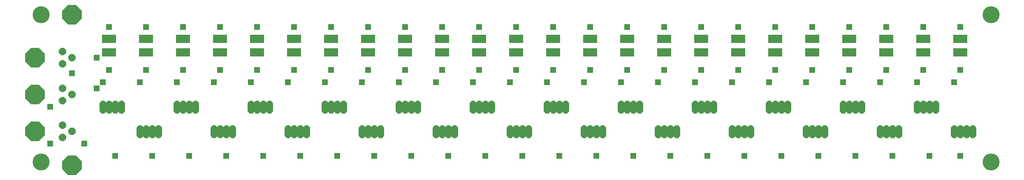
<source format=gts>
G75*
G70*
%OFA0B0*%
%FSLAX24Y24*%
%IPPOS*%
%LPD*%
%AMOC8*
5,1,8,0,0,1.08239X$1,22.5*
%
%ADD10C,0.0580*%
%ADD11OC8,0.0600*%
%ADD12OC8,0.1580*%
%ADD13C,0.1380*%
%ADD14R,0.1143X0.0710*%
%ADD15R,0.0476X0.0476*%
D10*
X013010Y003876D02*
X013010Y004376D01*
X013510Y004376D02*
X013510Y003876D01*
X014010Y003876D02*
X014010Y004376D01*
X014510Y004376D02*
X014510Y003876D01*
X019010Y003876D02*
X019010Y004376D01*
X019510Y004376D02*
X019510Y003876D01*
X020010Y003876D02*
X020010Y004376D01*
X020510Y004376D02*
X020510Y003876D01*
X025010Y003876D02*
X025010Y004376D01*
X025510Y004376D02*
X025510Y003876D01*
X026010Y003876D02*
X026010Y004376D01*
X026510Y004376D02*
X026510Y003876D01*
X031010Y003876D02*
X031010Y004376D01*
X031510Y004376D02*
X031510Y003876D01*
X032010Y003876D02*
X032010Y004376D01*
X032510Y004376D02*
X032510Y003876D01*
X037010Y003876D02*
X037010Y004376D01*
X037510Y004376D02*
X037510Y003876D01*
X038010Y003876D02*
X038010Y004376D01*
X038510Y004376D02*
X038510Y003876D01*
X043010Y003876D02*
X043010Y004376D01*
X043510Y004376D02*
X043510Y003876D01*
X044010Y003876D02*
X044010Y004376D01*
X044510Y004376D02*
X044510Y003876D01*
X049010Y003876D02*
X049010Y004376D01*
X049510Y004376D02*
X049510Y003876D01*
X050010Y003876D02*
X050010Y004376D01*
X050510Y004376D02*
X050510Y003876D01*
X055010Y003876D02*
X055010Y004376D01*
X055510Y004376D02*
X055510Y003876D01*
X056010Y003876D02*
X056010Y004376D01*
X056510Y004376D02*
X056510Y003876D01*
X061010Y003876D02*
X061010Y004376D01*
X061510Y004376D02*
X061510Y003876D01*
X062010Y003876D02*
X062010Y004376D01*
X062510Y004376D02*
X062510Y003876D01*
X067010Y003876D02*
X067010Y004376D01*
X067510Y004376D02*
X067510Y003876D01*
X068010Y003876D02*
X068010Y004376D01*
X068510Y004376D02*
X068510Y003876D01*
X073010Y003876D02*
X073010Y004376D01*
X073510Y004376D02*
X073510Y003876D01*
X074010Y003876D02*
X074010Y004376D01*
X074510Y004376D02*
X074510Y003876D01*
X079010Y003876D02*
X079010Y004376D01*
X079510Y004376D02*
X079510Y003876D01*
X080010Y003876D02*
X080010Y004376D01*
X080510Y004376D02*
X080510Y003876D01*
X077510Y005876D02*
X077510Y006376D01*
X077010Y006376D02*
X077010Y005876D01*
X076510Y005876D02*
X076510Y006376D01*
X076010Y006376D02*
X076010Y005876D01*
X071510Y005876D02*
X071510Y006376D01*
X071010Y006376D02*
X071010Y005876D01*
X070510Y005876D02*
X070510Y006376D01*
X070010Y006376D02*
X070010Y005876D01*
X065510Y005876D02*
X065510Y006376D01*
X065010Y006376D02*
X065010Y005876D01*
X064510Y005876D02*
X064510Y006376D01*
X064010Y006376D02*
X064010Y005876D01*
X059510Y005876D02*
X059510Y006376D01*
X059010Y006376D02*
X059010Y005876D01*
X058510Y005876D02*
X058510Y006376D01*
X058010Y006376D02*
X058010Y005876D01*
X053510Y005876D02*
X053510Y006376D01*
X053010Y006376D02*
X053010Y005876D01*
X052510Y005876D02*
X052510Y006376D01*
X052010Y006376D02*
X052010Y005876D01*
X047510Y005876D02*
X047510Y006376D01*
X047010Y006376D02*
X047010Y005876D01*
X046510Y005876D02*
X046510Y006376D01*
X046010Y006376D02*
X046010Y005876D01*
X041510Y005876D02*
X041510Y006376D01*
X041010Y006376D02*
X041010Y005876D01*
X040510Y005876D02*
X040510Y006376D01*
X040010Y006376D02*
X040010Y005876D01*
X035510Y005876D02*
X035510Y006376D01*
X035010Y006376D02*
X035010Y005876D01*
X034510Y005876D02*
X034510Y006376D01*
X034010Y006376D02*
X034010Y005876D01*
X029510Y005876D02*
X029510Y006376D01*
X029010Y006376D02*
X029010Y005876D01*
X028510Y005876D02*
X028510Y006376D01*
X028010Y006376D02*
X028010Y005876D01*
X023510Y005876D02*
X023510Y006376D01*
X023010Y006376D02*
X023010Y005876D01*
X022510Y005876D02*
X022510Y006376D01*
X022010Y006376D02*
X022010Y005876D01*
X017510Y005876D02*
X017510Y006376D01*
X017010Y006376D02*
X017010Y005876D01*
X016510Y005876D02*
X016510Y006376D01*
X016010Y006376D02*
X016010Y005876D01*
X011510Y005876D02*
X011510Y006376D01*
X011010Y006376D02*
X011010Y005876D01*
X010510Y005876D02*
X010510Y006376D01*
X010010Y006376D02*
X010010Y005876D01*
D11*
X006760Y006626D03*
X007510Y007126D03*
X006760Y007626D03*
X006760Y009626D03*
X007510Y010126D03*
X006760Y010626D03*
X006760Y004626D03*
X007510Y004126D03*
X006760Y003626D03*
D12*
X004510Y004126D03*
X007510Y001376D03*
X004510Y007126D03*
X004510Y010126D03*
X007510Y013626D03*
D13*
X005010Y001626D03*
X005010Y013626D03*
X082010Y013626D03*
X082010Y001626D03*
D14*
X079510Y010574D03*
X076510Y010574D03*
X073510Y010574D03*
X070510Y010574D03*
X067510Y010574D03*
X064510Y010574D03*
X061510Y010574D03*
X058510Y010574D03*
X055510Y010574D03*
X052510Y010574D03*
X049510Y010574D03*
X046510Y010574D03*
X043510Y010574D03*
X040510Y010574D03*
X037510Y010574D03*
X034510Y010574D03*
X031510Y010574D03*
X028510Y010574D03*
X025510Y010574D03*
X022510Y010574D03*
X019510Y010574D03*
X016510Y010574D03*
X013510Y010574D03*
X010510Y010574D03*
X010510Y011677D03*
X013510Y011677D03*
X016510Y011677D03*
X019510Y011677D03*
X022510Y011677D03*
X025510Y011677D03*
X028510Y011677D03*
X031510Y011677D03*
X034510Y011677D03*
X037510Y011677D03*
X040510Y011677D03*
X043510Y011677D03*
X046510Y011677D03*
X049510Y011677D03*
X052510Y011677D03*
X055510Y011677D03*
X058510Y011677D03*
X061510Y011677D03*
X064510Y011677D03*
X067510Y011677D03*
X070510Y011677D03*
X073510Y011677D03*
X076510Y011677D03*
X079510Y011677D03*
D15*
X079510Y012626D03*
X076510Y012626D03*
X073510Y012626D03*
X070510Y012626D03*
X067510Y012626D03*
X064510Y012626D03*
X061510Y012626D03*
X058510Y012626D03*
X055510Y012626D03*
X052510Y012626D03*
X049510Y012626D03*
X046510Y012626D03*
X043510Y012626D03*
X040510Y012626D03*
X037510Y012626D03*
X034510Y012626D03*
X031510Y012626D03*
X028510Y012626D03*
X025510Y012626D03*
X022510Y012626D03*
X019510Y012626D03*
X016510Y012626D03*
X013510Y012626D03*
X010510Y012626D03*
X009510Y010126D03*
X010510Y009126D03*
X013510Y009126D03*
X016510Y009126D03*
X019510Y009126D03*
X022510Y009126D03*
X025510Y009126D03*
X028510Y009126D03*
X031510Y009126D03*
X034510Y009126D03*
X037510Y009126D03*
X040510Y009126D03*
X043510Y009126D03*
X046510Y009126D03*
X049510Y009126D03*
X052510Y009126D03*
X055510Y009126D03*
X058510Y009126D03*
X061510Y009126D03*
X064510Y009126D03*
X067510Y009126D03*
X070510Y009126D03*
X073510Y009126D03*
X076510Y009126D03*
X079510Y009126D03*
X079010Y008126D03*
X076010Y008126D03*
X073010Y008126D03*
X070010Y008126D03*
X067010Y008126D03*
X064010Y008126D03*
X061010Y008126D03*
X058010Y008126D03*
X055010Y008126D03*
X052010Y008126D03*
X049010Y008126D03*
X046010Y008126D03*
X043010Y008126D03*
X040010Y008126D03*
X037010Y008126D03*
X034010Y008126D03*
X031010Y008126D03*
X028010Y008126D03*
X025010Y008126D03*
X022010Y008126D03*
X019010Y008126D03*
X016010Y008126D03*
X013010Y008126D03*
X010010Y008126D03*
X009510Y007626D03*
X007510Y008876D03*
X005760Y006126D03*
X005760Y003126D03*
X008510Y003126D03*
X011010Y002126D03*
X014010Y002126D03*
X017010Y002126D03*
X020010Y002126D03*
X023010Y002126D03*
X026010Y002126D03*
X029010Y002126D03*
X032010Y002126D03*
X035010Y002126D03*
X038010Y002126D03*
X041010Y002126D03*
X044010Y002126D03*
X047010Y002126D03*
X050010Y002126D03*
X053010Y002126D03*
X056010Y002126D03*
X059010Y002126D03*
X062010Y002126D03*
X065010Y002126D03*
X068010Y002126D03*
X071010Y002126D03*
X074010Y002126D03*
X077010Y002126D03*
X079510Y002126D03*
M02*

</source>
